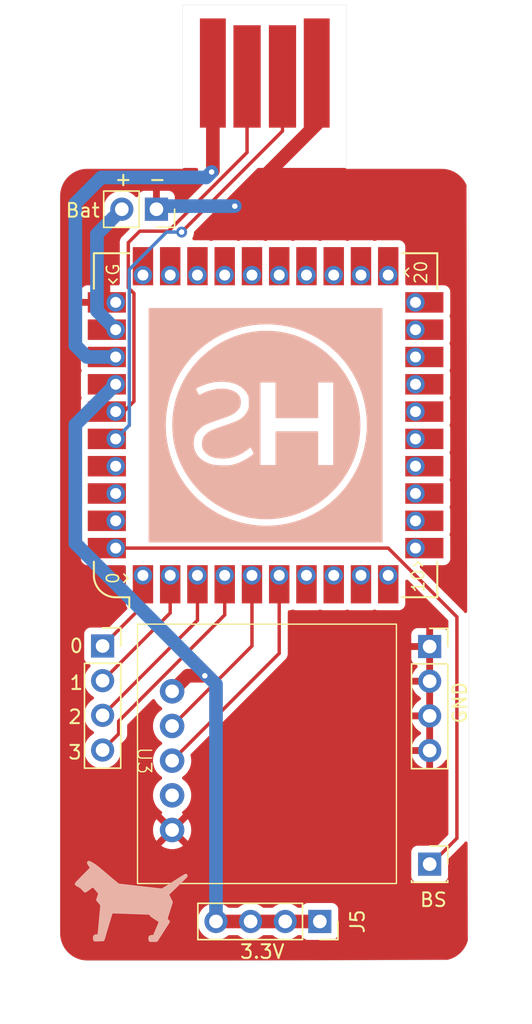
<source format=kicad_pcb>
(kicad_pcb (version 20221018) (generator pcbnew)
  (layers (0 "F.Cu" signal) (31 "B.Cu" signal) (34 "B.Paste" user) (35 "F.Paste" user) (36 "B.SilkS" user "B.Silkscreen") (37 "F.SilkS" user "F.Silkscreen") (38 "B.Mask" user) (39 "F.Mask" user) (44 "Edge.Cuts" user))
  (net 0 "")
  (net 1 "/VBAT")
  (net 2 "/GP0_tx")
  (net 3 "/GP2")
  (net 4 "/GP3")
  (net 5 "/GP1_rx")
  (net 7 "/SDA")
  (net 8 "/SCL")
  (net 32 "+5V")
  (net 33 "/3.3V")
  (net 34 "Net-(U1-USB_D-)")
  (net 35 "Net-(U1-USB_D+)")
  (net 39 "Net-(J3-Pin_1)")
  (net 40 "GND")
  (footprint "Connector_PinSocket_2.54mm:PinSocket_1x04_P2.54mm_Vertical" (layer "F.Cu") (at 111.24 104.2 -90)
    (fp_text reference "J5" (at 0 -2.77 90) (layer "F.SilkS"))
    (fp_text value "Conn_01x04_Socket")
    (fp_line (start -1.33 1.27) (end -1.33 8.95) (stroke (width 0.12)) (layer "F.SilkS"))
    (fp_line (start -1.33 1.27) (end 1.33 1.27) (stroke (width 0.12)) (layer "F.SilkS"))
    (fp_line (start -1.33 8.95) (end 1.33 8.95) (stroke (width 0.12)) (layer "F.SilkS"))
    (fp_line (start 0 -1.33) (end 1.33 -1.33) (stroke (width 0.12)) (layer "F.SilkS"))
    (fp_line (start 1.33 -1.33) (end 1.33 0) (stroke (width 0.12)) (layer "F.SilkS"))
    (fp_line (start 1.33 1.27) (end 1.33 8.95) (stroke (width 0.12)) (layer "F.SilkS"))
    (pad "1" thru_hole rect (at 0 0 270) (size 1.7 1.7) (drill 1) (layers "*.Cu" "*.Mask") (net 33 "/3.3V"))
    (pad "2" thru_hole oval (at 0 2.54 270) (size 1.7 1.7) (drill 1) (layers "*.Cu" "*.Mask") (net 33 "/3.3V"))
    (pad "3" thru_hole oval (at 0 5.08 270) (size 1.7 1.7) (drill 1) (layers "*.Cu" "*.Mask") (net 33 "/3.3V"))
    (pad "4" thru_hole oval (at 0 7.62 270) (size 1.7 1.7) (drill 1) (layers "*.Cu" "*.Mask") (net 33 "/3.3V"))
  )
  (footprint "Connector_PinSocket_2.54mm:PinSocket_1x02_P2.54mm_Vertical" (layer "F.Cu") (at 99.25 52.025 -90)
    (fp_text reference "J1" hide)
    (fp_text value "battery")
    (fp_line (start -1.33 1.27) (end -1.33 3.87) (stroke (width 0.12)) (layer "F.SilkS"))
    (fp_line (start -1.33 1.27) (end 1.33 1.27) (stroke (width 0.12)) (layer "F.SilkS"))
    (fp_line (start -1.33 3.87) (end 1.33 3.87) (stroke (width 0.12)) (layer "F.SilkS"))
    (fp_line (start 0 -1.33) (end 1.33 -1.33) (stroke (width 0.12)) (layer "F.SilkS"))
    (fp_line (start 1.33 -1.33) (end 1.33 0) (stroke (width 0.12)) (layer "F.SilkS"))
    (fp_line (start 1.33 1.27) (end 1.33 3.87) (stroke (width 0.12)) (layer "F.SilkS"))
    (pad "1" thru_hole rect (at 0 0 270) (size 1.7 1.7) (drill 1) (layers "*.Cu" "*.Mask") (net 40 "GND"))
    (pad "2" thru_hole oval (at 0 2.54 270) (size 1.7 1.7) (drill 1) (layers "*.Cu" "*.Mask") (net 1 "/VBAT"))
  )
  (footprint "RP2040_Stamp:RP2040_Stamp_THT" (layer "F.Cu") (at 107.26 67.85 90)
    (fp_text reference "U1" hide)
    (fp_text value "RP2040_Stamp")
    (fp_text user "0" (at -11.2 -11.2 90 unlocked) (layer "F.SilkS") (effects (font (size 0.9 0.9) (thickness 0.12))))
    (fp_text user "20" (at 11.2 11.4 90 unlocked) (layer "F.SilkS") (effects (font (size 0.9 0.9) (thickness 0.12))))
    (fp_text user "G" (at 11.4 -11.2 90 unlocked) (layer "F.SilkS") (effects (font (size 0.9 0.9) (thickness 0.12))))
    (fp_text user "10" (at -11.4 11.2 90 unlocked) (layer "F.SilkS") (effects (font (size 0.9 0.9) (thickness 0.12))))
    (fp_line (start -12.6 -10) (end -13.3 -10) (stroke (width 0.15)) (layer "F.SilkS"))
    (fp_line (start -12.6 -10) (end -12.6 -11.1) (stroke (width 0.15)) (layer "F.SilkS"))
    (fp_line (start -12.6 12.6) (end -12.6 10) (stroke (width 0.15)) (layer "F.SilkS"))
    (fp_line (start -11.5 -10.4) (end -11.2 -10.1) (stroke (width 0.12)) (layer "F.SilkS"))
    (fp_line (start -11.2 -10.1) (end -10.9 -10.4) (stroke (width 0.12)) (layer "F.SilkS"))
    (fp_line (start -11.1 -12.6) (end -10 -12.6) (stroke (width 0.15)) (layer "F.SilkS"))
    (fp_line (start -10.3 11.5) (end -10 11.2) (stroke (width 0.12)) (layer "F.SilkS"))
    (fp_line (start -10 11.2) (end -10.3 10.9) (stroke (width 0.12)) (layer "F.SilkS"))
    (fp_line (start -10 12.6) (end -12.6 12.6) (stroke (width 0.15)) (layer "F.SilkS"))
    (fp_line (start 10 -12.6) (end 12.6 -12.6) (stroke (width 0.15)) (layer "F.SilkS"))
    (fp_line (start 10.4 -11.2) (end 10.7 -10.9) (stroke (width 0.12)) (layer "F.SilkS"))
    (fp_line (start 10.7 -11.5) (end 10.4 -11.2) (stroke (width 0.12)) (layer "F.SilkS"))
    (fp_line (start 11.2 10.2) (end 10.9 10.5) (stroke (width 0.12)) (layer "F.SilkS"))
    (fp_line (start 11.5 10.5) (end 11.2 10.2) (stroke (width 0.12)) (layer "F.SilkS"))
    (fp_line (start 12.6 -12.6) (end 12.6 -10) (stroke (width 0.15)) (layer "F.SilkS"))
    (fp_line (start 12.6 10) (end 12.6 12.6) (stroke (width 0.15)) (layer "F.SilkS"))
    (fp_line (start 12.6 12.6) (end 10 12.6) (stroke (width 0.15)) (layer "F.SilkS"))
    (fp_arc (start -12.6 -11.1) (mid -12.129432 -12.129432) (end -11.1 -12.6) (stroke (width 0.15)) (layer "F.SilkS"))
    (pad "1" smd rect (at -11.65 -9 90) (size 2.8 1.5) (layers "F.Cu" "F.Paste" "F.Mask") (net 2 "/GP0_tx"))
    (pad "1" thru_hole circle (at -11 -9 90) (size 1.35 1.35) (drill 0.8) (layers "*.Cu" "*.Mask") (net 2 "/GP0_tx"))
    (pad "2" smd rect (at -11.65 -7 90) (size 2.8 1.5) (layers "F.Cu" "F.Paste" "F.Mask") (net 5 "/GP1_rx"))
    (pad "2" thru_hole oval (at -11 -7 90) (size 1.35 1.35) (drill 0.8) (layers "*.Cu" "*.Mask") (net 5 "/GP1_rx"))
    (pad "3" smd rect (at -11.65 -5 90) (size 2.8 1.5) (layers "F.Cu" "F.Paste" "F.Mask") (net 3 "/GP2"))
    (pad "3" thru_hole oval (at -11 -5 90) (size 1.35 1.35) (drill 0.8) (layers "*.Cu" "*.Mask") (net 3 "/GP2"))
    (pad "4" smd rect (at -11.65 -3 90) (size 2.8 1.5) (layers "F.Cu" "F.Paste" "F.Mask") (net 4 "/GP3"))
    (pad "4" thru_hole oval (at -11 -3 90) (size 1.35 1.35) (drill 0.8) (layers "*.Cu" "*.Mask") (net 4 "/GP3"))
    (pad "5" smd rect (at -11.65 -1 90) (size 2.8 1.5) (layers "F.Cu" "F.Paste" "F.Mask") (net 7 "/SDA"))
    (pad "5" thru_hole oval (at -11 -1 90) (size 1.35 1.35) (drill 0.8) (layers "*.Cu" "*.Mask") (net 7 "/SDA"))
    (pad "6" smd rect (at -11.65 1 90) (size 2.8 1.5) (layers "F.Cu" "F.Paste" "F.Mask") (net 8 "/SCL"))
    (pad "6" thru_hole oval (at -11 1 90) (size 1.35 1.35) (drill 0.8) (layers "*.Cu" "*.Mask") (net 8 "/SCL"))
    (pad "7" smd rect (at -11.65 3 90) (size 2.8 1.5) (layers "F.Cu" "F.Paste" "F.Mask"))
    (pad "7" thru_hole oval (at -11 3 90) (size 1.35 1.35) (drill 0.8) (layers "*.Cu" "*.Mask"))
    (pad "8" smd rect (at -11.65 5 90) (size 2.8 1.5) (layers "F.Cu" "F.Paste" "F.Mask"))
    (pad "8" thru_hole oval (at -11 5 90) (size 1.35 1.35) (drill 0.8) (layers "*.Cu" "*.Mask"))
    (pad "9" smd rect (at -11.65 7 90) (size 2.8 1.5) (layers "F.Cu" "F.Paste" "F.Mask"))
    (pad "9" thru_hole oval (at -11 7 90) (size 1.35 1.35) (drill 0.8) (layers "*.Cu" "*.Mask"))
    (pad "10" smd rect (at -11.65 9 90) (size 2.8 1.5) (layers "F.Cu" "F.Paste" "F.Mask"))
    (pad "10" thru_hole oval (at -11 9 90) (size 1.35 1.35) (drill 0.8) (layers "*.Cu" "*.Mask"))
    (pad "11" thru_hole oval (at -9 11 90) (size 1.35 1.35) (drill 0.8) (layers "*.Cu" "*.Mask"))
    (pad "11" smd rect (at -9 11.65) (size 2.8 1.5) (layers "F.Cu" "F.Paste" "F.Mask"))
    (pad "12" thru_hole oval (at -7 11 90) (size 1.35 1.35) (drill 0.8) (layers "*.Cu" "*.Mask"))
    (pad "12" smd rect (at -7 11.65) (size 2.8 1.5) (layers "F.Cu" "F.Paste" "F.Mask"))
    (pad "13" thru_hole oval (at -5 11 90) (size 1.35 1.35) (drill 0.8) (layers "*.Cu" "*.Mask"))
    (pad "13" smd rect (at -5 11.65) (size 2.8 1.5) (layers "F.Cu" "F.Paste" "F.Mask"))
    (pad "14" thru_hole oval (at -3 11 90) (size 1.35 1.35) (drill 0.8) (layers "*.Cu" "*.Mask"))
    (pad "14" smd rect (at -3 11.65) (size 2.8 1.5) (layers "F.Cu" "F.Paste" "F.Mask"))
    (pad "15" thru_hole oval (at -1 11 90) (size 1.35 1.35) (drill 0.8) (layers "*.Cu" "*.Mask"))
    (pad "15" smd rect (at -1 11.65) (size 2.8 1.5) (layers "F.Cu" "F.Paste" "F.Mask"))
    (pad "16" thru_hole oval (at 1 11 90) (size 1.35 1.35) (drill 0.8) (layers "*.Cu" "*.Mask"))
    (pad "16" smd rect (at 1 11.65) (size 2.8 1.5) (layers "F.Cu" "F.Paste" "F.Mask"))
    (pad "17" thru_hole oval (at 3 11 90) (size 1.35 1.35) (drill 0.8) (layers "*.Cu" "*.Mask"))
    (pad "17" smd rect (at 3 11.65) (size 2.8 1.5) (layers "F.Cu" "F.Paste" "F.Mask"))
    (pad "18" thru_hole oval (at 5 11 90) (size 1.35 1.35) (drill 0.8) (layers "*.Cu" "*.Mask"))
    (pad "18" smd rect (at 5 11.65) (size 2.8 1.5) (layers "F.Cu" "F.Paste" "F.Mask"))
    (pad "19" thru_hole oval (at 7 11 90) (size 1.35 1.35) (drill 0.8) (layers "*.Cu" "*.Mask"))
    (pad "19" smd rect (at 7 11.65) (size 2.8 1.5) (layers "F.Cu" "F.Paste" "F.Mask"))
    (pad "20" thru_hole oval (at 9 11 90) (size 1.35 1.35) (drill 0.8) (layers "*.Cu" "*.Mask"))
    (pad "20" smd rect (at 9 11.65) (size 2.8 1.5) (layers "F.Cu" "F.Paste" "F.Mask"))
    (pad "21" thru_hole oval (at 11 9 90) (size 1.35 1.35) (drill 0.8) (layers "*.Cu" "*.Mask"))
    (pad "21" smd rect (at 11.65 9 90) (size 2.8 1.5) (layers "F.Cu" "F.Paste" "F.Mask"))
    (pad "22" thru_hole oval (at 11 7 90) (size 1.35 1.35) (drill 0.8) (layers "*.Cu" "*.Mask"))
    (pad "22" smd rect (at 11.65 7 90) (size 2.8 1.5) (layers "F.Cu" "F.Paste" "F.Mask"))
    (pad "23" thru_hole oval (at 11 5 90) (size 1.35 1.35) (drill 0.8) (layers "*.Cu" "*.Mask"))
    (pad "23" smd rect (at 11.65 5 90) (size 2.8 1.5) (layers "F.Cu" "F.Paste" "F.Mask"))
    (pad "24" thru_hole oval (at 11 3 90) (size 1.35 1.35) (drill 0.8) (layers "*.Cu" "*.Mask"))
    (pad "24" smd rect (at 11.65 3 90) (size 2.8 1.5) (layers "F.Cu" "F.Paste" "F.Mask"))
    (pad "25" thru_hole oval (at 11 1 90) (size 1.35 1.35) (drill 0.8) (layers "*.Cu" "*.Mask"))
    (pad "25" smd rect (at 11.65 1 90) (size 2.8 1.5) (layers "F.Cu" "F.Paste" "F.Mask"))
    (pad "26" thru_hole oval (at 11 -1 90) (size 1.35 1.35) (drill 0.8) (layers "*.Cu" "*.Mask"))
    (pad "26" smd rect (at 11.65 -1 90) (size 2.8 1.5) (layers "F.Cu" "F.Paste" "F.Mask"))
    (pad "27" thru_hole oval (at 11 -3 90) (size 1.35 1.35) (drill 0.8) (layers "*.Cu" "*.Mask"))
    (pad "27" smd rect (at 11.65 -3 90) (size 2.8 1.5) (layers "F.Cu" "F.Paste" "F.Mask"))
    (pad "28" thru_hole oval (at 11 -5 90) (size 1.35 1.35) (drill 0.8) (layers "*.Cu" "*.Mask"))
    (pad "28" smd rect (at 11.65 -5 90) (size 2.8 1.5) (layers "F.Cu" "F.Paste" "F.Mask"))
    (pad "29" thru_hole oval (at 11 -7 90) (size 1.35 1.35) (drill 0.8) (layers "*.Cu" "*.Mask"))
    (pad "29" smd rect (at 11.65 -7 90) (size 2.8 1.5) (layers "F.Cu" "F.Paste" "F.Mask"))
    (pad "30" thru_hole oval (at 11 -9 90) (size 1.35 1.35) (drill 0.8) (layers "*.Cu" "*.Mask"))
    (pad "30" smd rect (at 11.65 -9 90) (size 2.8 1.5) (layers "F.Cu" "F.Paste" "F.Mask"))
    (pad "31" smd rect (at 9 -11.65) (size 2.8 1.5) (layers "F.Cu" "F.Paste" "F.Mask") (net 40 "GND"))
    (pad "31" thru_hole oval (at 9 -11 90) (size 1.35 1.35) (drill 0.8) (layers "*.Cu" "*.Mask") (net 40 "GND"))
    (pad "32" smd rect (at 7 -11.65) (size 2.8 1.5) (layers "F.Cu" "F.Paste" "F.Mask") (net 1 "/VBAT"))
    (pad "32" thru_hole oval (at 7 -11 90) (size 1.35 1.35) (drill 0.8) (layers "*.Cu" "*.Mask") (net 1 "/VBAT"))
    (pad "33" smd rect (at 5 -11.65) (size 2.8 1.5) (layers "F.Cu" "F.Paste" "F.Mask") (net 32 "+5V"))
    (pad "33" thru_hole oval (at 5 -11 90) (size 1.35 1.35) (drill 0.8) (layers "*.Cu" "*.Mask") (net 32 "+5V"))
    (pad "34" smd rect (at 3 -11.65) (size 2.8 1.5) (layers "F.Cu" "F.Paste" "F.Mask") (net 33 "/3.3V"))
    (pad "34" thru_hole oval (at 3 -11 90) (size 1.35 1.35) (drill 0.8) (layers "*.Cu" "*.Mask") (net 33 "/3.3V"))
    (pad "35" smd rect (at 1 -11.65) (size 2.8 1.5) (layers "F.Cu" "F.Paste" "F.Mask") (net 34 "Net-(U1-USB_D-)"))
    (pad "35" thru_hole oval (at 1 -11 90) (size 1.35 1.35) (drill 0.8) (layers "*.Cu" "*.Mask") (net 34 "Net-(U1-USB_D-)"))
    (pad "36" smd rect (at -1 -11.65) (size 2.8 1.5) (layers "F.Cu" "F.Paste" "F.Mask") (net 35 "Net-(U1-USB_D+)"))
    (pad "36" thru_hole oval (at -1 -11 90) (size 1.35 1.35) (drill 0.8) (layers "*.Cu" "*.Mask") (net 35 "Net-(U1-USB_D+)"))
    (pad "37" smd rect (at -3 -11.65) (size 2.8 1.5) (layers "F.Cu" "F.Paste" "F.Mask"))
    (pad "37" thru_hole oval (at -3 -11 90) (size 1.35 1.35) (drill 0.8) (layers "*.Cu" "*.Mask"))
    (pad "38" smd rect (at -5 -11.65) (size 2.8 1.5) (layers "F.Cu" "F.Paste" "F.Mask"))
    (pad "38" thru_hole oval (at -5 -11 90) (size 1.35 1.35) (drill 0.8) (layers "*.Cu" "*.Mask"))
    (pad "39" smd rect (at -7 -11.65) (size 2.8 1.5) (layers "F.Cu" "F.Paste" "F.Mask"))
    (pad "39" thru_hole oval (at -7 -11 90) (size 1.35 1.35) (drill 0.8) (layers "*.Cu" "*.Mask"))
    (pad "40" smd rect (at -9 -11.65) (size 2.8 1.5) (layers "F.Cu" "F.Paste" "F.Mask") (net 39 "Net-(J3-Pin_1)"))
    (pad "40" thru_hole oval (at -9 -11 90) (size 1.35 1.35) (drill 0.8) (layers "*.Cu" "*.Mask") (net 39 "Net-(J3-Pin_1)"))
  )
  (footprint "Connector_PinSocket_2.54mm:PinSocket_1x01_P2.54mm_Vertical" (layer "F.Cu") (at 119.3 100)
    (fp_text reference "J3" hide)
    (fp_text value "Conn_01x01_Socket")
    (fp_line (start -1.33 1.21) (end -1.33 1.33) (stroke (width 0.12)) (layer "F.SilkS"))
    (fp_line (start -1.33 1.33) (end 1.33 1.33) (stroke (width 0.12)) (layer "F.SilkS"))
    (fp_line (start 0 -1.33) (end 1.33 -1.33) (stroke (width 0.12)) (layer "F.SilkS"))
    (fp_line (start 1.33 -1.33) (end 1.33 0) (stroke (width 0.12)) (layer "F.SilkS"))
    (fp_line (start 1.33 1.21) (end 1.33 1.33) (stroke (width 0.12)) (layer "F.SilkS"))
    (pad "1" thru_hole rect (at 0 0) (size 1.7 1.7) (drill 1) (layers "*.Cu" "*.Mask") (net 39 "Net-(J3-Pin_1)"))
  )
  (footprint "cdog:Pim_BMP280_Module" (layer "F.Cu") (at 97.86 92.42 -90)
    (fp_text reference "U3" (at 0 -0.5 -90 unlocked) (layer "F.SilkS") (effects (font (thickness 0.1))))
    (fp_text value "~")
    (fp_rect (start 9 0) (end -10 -19) (stroke (width 0.1)) (fill none) (layer "F.SilkS"))
    (pad "1" thru_hole circle (at -5.08 -2.54 270) (size 1.8 1.8) (drill 1) (layers "*.Cu" "*.Mask") (net 33 "/3.3V"))
    (pad "2" thru_hole circle (at -2.54 -2.54 270) (size 1.8 1.8) (drill 1) (layers "*.Cu" "*.Mask") (net 7 "/SDA"))
    (pad "3" thru_hole circle (at 0 -2.54 270) (size 1.8 1.8) (drill 1) (layers "*.Cu" "*.Mask") (net 8 "/SCL"))
    (pad "4" thru_hole circle (at 2.54 -2.54 270) (size 1.8 1.8) (drill 1) (layers "*.Cu" "*.Mask"))
    (pad "5" thru_hole circle (at 5.08 -2.54 270) (size 1.8 1.8) (drill 1) (layers "*.Cu" "*.Mask") (net 40 "GND"))
  )
  (footprint "Connector_PinSocket_2.54mm:PinSocket_1x04_P2.54mm_Vertical" (layer "F.Cu") (at 119.3 84.06)
    (fp_text reference "J4" hide)
    (fp_text value "Conn_01x04_Socket")
    (fp_line (start -1.33 1.27) (end -1.33 8.95) (stroke (width 0.12)) (layer "F.SilkS"))
    (fp_line (start -1.33 1.27) (end 1.33 1.27) (stroke (width 0.12)) (layer "F.SilkS"))
    (fp_line (start -1.33 8.95) (end 1.33 8.95) (stroke (width 0.12)) (layer "F.SilkS"))
    (fp_line (start 0 -1.33) (end 1.33 -1.33) (stroke (width 0.12)) (layer "F.SilkS"))
    (fp_line (start 1.33 -1.33) (end 1.33 0) (stroke (width 0.12)) (layer "F.SilkS"))
    (fp_line (start 1.33 1.27) (end 1.33 8.95) (stroke (width 0.12)) (layer "F.SilkS"))
    (pad "1" thru_hole rect (at 0 0) (size 1.7 1.7) (drill 1) (layers "*.Cu" "*.Mask") (net 40 "GND"))
    (pad "2" thru_hole oval (at 0 2.54) (size 1.7 1.7) (drill 1) (layers "*.Cu" "*.Mask") (net 40 "GND"))
    (pad "3" thru_hole oval (at 0 5.08) (size 1.7 1.7) (drill 1) (layers "*.Cu" "*.Mask") (net 40 "GND"))
    (pad "4" thru_hole oval (at 0 7.62) (size 1.7 1.7) (drill 1) (layers "*.Cu" "*.Mask") (net 40 "GND"))
  )
  (footprint "cdog:CD_usb_edge" (layer "F.Cu") (at 107.09 36.95 180)
    (fp_text reference "U2" hide)
    (fp_text value "USB_Edge_Connector")
    (pad "1" connect rect (at 3.7 -5.1 180) (size 1.9 8) (layers "F.Cu" "F.Mask") (net 32 "+5V"))
    (pad "2" connect rect (at 1.19 -5.35 180) (size 2 7.5) (layers "F.Cu" "F.Mask") (net 34 "Net-(U1-USB_D-)"))
    (pad "3" connect rect (at -1.41 -5.35 180) (size 2 7.5) (layers "F.Cu" "F.Mask") (net 35 "Net-(U1-USB_D+)"))
    (pad "4" connect rect (at -3.92 -5.1 180) (size 1.9 8) (layers "F.Cu" "F.Mask") (net 40 "GND"))
  )
  (footprint "Connector_PinSocket_2.54mm:PinSocket_1x04_P2.54mm_Vertical" (layer "F.Cu") (at 95.3 84.02)
    (fp_text reference "J2" hide)
    (fp_text value "Conn_01x04_Socket")
    (fp_line (start -1.33 1.27) (end -1.33 8.95) (stroke (width 0.12)) (layer "F.SilkS"))
    (fp_line (start -1.33 1.27) (end 1.33 1.27) (stroke (width 0.12)) (layer "F.SilkS"))
    (fp_line (start -1.33 8.95) (end 1.33 8.95) (stroke (width 0.12)) (layer "F.SilkS"))
    (fp_line (start 0 -1.33) (end 1.33 -1.33) (stroke (width 0.12)) (layer "F.SilkS"))
    (fp_line (start 1.33 -1.33) (end 1.33 0) (stroke (width 0.12)) (layer "F.SilkS"))
    (fp_line (start 1.33 1.27) (end 1.33 8.95) (stroke (width 0.12)) (layer "F.SilkS"))
    (pad "1" thru_hole rect (at 0 0) (size 1.7 1.7) (drill 1) (layers "*.Cu" "*.Mask") (net 2 "/GP0_tx"))
    (pad "2" thru_hole oval (at 0 2.54) (size 1.7 1.7) (drill 1) (layers "*.Cu" "*.Mask") (net 5 "/GP1_rx"))
    (pad "3" thru_hole oval (at 0 5.08) (size 1.7 1.7) (drill 1) (layers "*.Cu" "*.Mask") (net 3 "/GP2"))
    (pad "4" thru_hole oval (at 0 7.62) (size 1.7 1.7) (drill 1) (layers "*.Cu" "*.Mask") (net 4 "/GP3"))
  )
  (gr_poly (pts (xy 94.3 99.9) (xy 94.305858 99.90158) (xy 94.324452 99.909066) (xy 94.351284 99.921829) (xy 94.385231 99.939276) (xy 94.425172 99.960815) (xy 94.469986 99.985856) (xy 94.518552 100.013808) (xy 94.569748 100.044078) (xy 94.647096 100.092408) (xy 94.729063 100.148183) (xy 94.820893 100.215572) (xy 94.927827 100.298743) (xy 95.05511 100.401864) (xy 95.207984 100.529103) (xy 95.611477 100.87261) (xy 95.770854 101.008749) (xy 95.921292 101.136023) (xy 96.059372 101.251654) (xy 96.181678 101.352866) (xy 96.284791 101.436882) (xy 96.365296 101.500923) (xy 96.419773 101.542214) (xy 96.436185 101.55346) (xy 96.444807 101.557977) (xy 98.069266 101.747296) (xy 99.660444 101.924045) (xy 99.669574 101.921111) (xy 99.686946 101.912767) (xy 99.744611 101.880957) (xy 99.938961 101.76461) (xy 100.214554 101.59275) (xy 100.542449 101.383122) (xy 100.86839 101.173884) (xy 101.138668 101.003284) (xy 101.244141 100.938109) (xy 101.325149 100.889358) (xy 101.378175 100.859285) (xy 101.393095 100.851957) (xy 101.397465 100.850343) (xy 101.399701 100.850144) (xy 101.398374 100.854281) (xy 101.39001 100.865115) (xy 101.353553 100.905491) (xy 101.211375 101.051366) (xy 100.995235 101.265594) (xy 100.727199 101.525998) (xy 100.457432 101.787195) (xy 100.236588 102.003612) (xy 100.151635 102.087976) (xy 100.087461 102.152681) (xy 100.046915 102.194907) (xy 100.036393 102.206708) (xy 100.032847 102.211831) (xy 100.035802 102.220827) (xy 100.044069 102.240163) (xy 100.074241 102.305035) (xy 100.118766 102.396799) (xy 100.173043 102.505809) (xy 100.312726 102.783226) (xy 100.113378 103.414893) (xy 99.91403 104.046491) (xy 100.003809 104.13056) (xy 100.093581 104.214577) (xy 99.663734 104.885897) (xy 99.66388 104.886896) (xy 99.234033 105.558207) (xy 99.020606 105.558285) (xy 98.807179 105.558345) (xy 98.797409 105.457636) (xy 98.795594 105.4375) (xy 98.794456 105.419755) (xy 98.794258 105.404223) (xy 98.795263 105.390726) (xy 98.796299 105.384686) (xy 98.797734 105.379087) (xy 98.799602 105.373909) (xy 98.801934 105.369128) (xy 98.804764 105.364723) (xy 98.808125 105.360671) (xy 98.812049 105.35695) (xy 98.81657 105.353539) (xy 98.82172 105.350413) (xy 98.827532 105.347552) (xy 98.834039 105.344934) (xy 98.841274 105.342535) (xy 98.858059 105.338309) (xy 98.87815 105.334696) (xy 98.901809 105.331518) (xy 98.9293 105.328598) (xy 98.996826 105.322821) (xy 99.10562 105.314424) (xy 99.347373 104.752658) (xy 99.440539 104.53399) (xy 99.515475 104.353774) (xy 99.54371 104.283846) (xy 99.564511 104.230444) (xy 99.576918 104.195872) (xy 99.579675 104.186367) (xy 99.579973 104.182434) (xy 99.54928 104.161763) (xy 99.472478 104.111649) (xy 99.226886 103.953189) (xy 99.118513 103.883308) (xy 99.074041 103.854256) (xy 99.035465 103.828641) (xy 99.002349 103.806095) (xy 98.987703 103.795858) (xy 98.974258 103.786251) (xy 98.961961 103.777228) (xy 98.950756 103.768742) (xy 98.94059 103.760748) (xy 98.931407 103.7532) (xy 98.923154 103.746052) (xy 98.915776 103.739258) (xy 98.909219 103.732773) (xy 98.903427 103.72655) (xy 98.898347 103.720543) (xy 98.893925 103.714707) (xy 98.890105 103.708996) (xy 98.886833 103.703363) (xy 98.884055 103.697763) (xy 98.881717 103.69215) (xy 98.879763 103.686478) (xy 98.87814 103.680701) (xy 98.876793 103.674774) (xy 98.875668 103.668649) (xy 98.873863 103.655627) (xy 98.870613 103.630633) (xy 98.868805 103.620449) (xy 98.866646 103.611646) (xy 98.865381 103.607726) (xy 98.863962 103.604105) (xy 98.86237 103.60077) (xy 98.860582 103.597706) (xy 98.858577 103.594896) (xy 98.856333 103.592327) (xy 98.853828 103.589983) (xy 98.851041 103.587849) (xy 98.84795 103.585911) (xy 98.844535 103.584153) (xy 98.840772 103.58256) (xy 98.836642 103.581117) (xy 98.827189 103.578621) (xy 98.816004 103.576545) (xy 98.802914 103.57477) (xy 98.787747 103.573175) (xy 98.75049 103.570043) (xy 98.222307 103.546767) (xy 97.27091 103.512722) (xy 96.3558 103.483516) (xy 95.936478 103.47476) (xy 95.925445 103.497206) (xy 95.903321 103.558138) (xy 95.831125 103.778684) (xy 95.73053 104.102851) (xy 95.612178 104.497092) (xy 95.312344 105.510673) (xy 95.028404 105.51908) (xy 94.744476 105.527486) (xy 94.734654 105.435183) (xy 94.732611 105.412075) (xy 94.731671 105.391328) (xy 94.731976 105.372812) (xy 94.73264 105.364351) (xy 94.733669 105.356399) (xy 94.73508 105.34894) (xy 94.736892 105.341958) (xy 94.739121 105.335437) (xy 94.741786 105.329361) (xy 94.744905 105.323713) (xy 94.748495 105.318477) (xy 94.752574 105.313637) (xy 94.757159 105.309177) (xy 94.76227 105.305081) (xy 94.767923 105.301333) (xy 94.774136 105.297916) (xy 94.780927 105.294814) (xy 94.788313 105.292011) (xy 94.796314 105.289491) (xy 94.804945 105.287237) (xy 94.814226 105.285235) (xy 94.834805 105.281915) (xy 94.858194 105.279404) (xy 94.884534 105.277571) (xy 94.913969 105.276287) (xy 95.052864 105.270679) (xy 95.062859 105.200718) (xy 95.099198 104.834192) (xy 95.172557 104.05109) (xy 95.27229 102.971311) (xy 95.120555 102.792967) (xy 94.968845 102.6147) (xy 95.048768 102.372906) (xy 95.12871 102.131121) (xy 94.882822 101.839037) (xy 94.832967 101.780312) (xy 94.785563 101.725381) (xy 94.741715 101.675402) (xy 94.702526 101.631534) (xy 94.6691 101.594935) (xy 94.642541 101.566766) (xy 94.632182 101.556204) (xy 94.623954 101.548183) (xy 94.617995 101.54285) (xy 94.614442 101.540347) (xy 94.610702 101.540722) (xy 94.604227 101.543145) (xy 94.583695 101.553736) (xy 94.55408 101.571315) (xy 94.51662 101.59508) (xy 94.472552 101.624227) (xy 94.42311 101.657953) (xy 94.369532 101.695453) (xy 94.313054 101.735925) (xy 94.203833 101.814496) (xy 94.155376 101.848886) (xy 94.112613 101.878898) (xy 94.076739 101.903696) (xy 94.048947 101.922444) (xy 94.030433 101.934306) (xy 94.025027 101.937393) (xy 94.022389 101.938445) (xy 94.020536 101.937745) (xy 94.01745 101.935603) (xy 94.007862 101.927287) (xy 93.994192 101.914087) (xy 93.977005 101.896589) (xy 93.956866 101.875383) (xy 93.934341 101.851057) (xy 93.909996 101.824199) (xy 93.884397 101.795396) (xy 93.86666 101.775554) (xy 93.849331 101.75683) (xy 93.832286 101.739129) (xy 93.815399 101.722352) (xy 93.798547 101.706402) (xy 93.781604 101.691182) (xy 93.764446 101.676595) (xy 93.746948 101.662543) (xy 93.728986 101.648928) (xy 93.710435 101.635654) (xy 93.69117 101.622624) (xy 93.671067 101.609739) (xy 93.65 101.596903) (xy 93.627846 101.584017) (xy 93.60448 101.570986) (xy 93.579777 101.55771) (xy 93.543889 101.538474) (xy 93.51031 101.519916) (xy 93.479804 101.50248) (xy 93.453132 101.486611) (xy 93.441474 101.479403) (xy 93.43106 101.472754) (xy 93.421986 101.466719) (xy 93.414348 101.461354) (xy 93.408242 101.456713) (xy 93.403762 101.452854) (xy 93.402162 101.451235) (xy 93.401004 101.449831) (xy 93.400301 101.448651) (xy 93.400064 101.4477) (xy 93.411414 101.43281) (xy 93.444466 101.396223) (xy 93.56635 101.267658) (xy 93.747076 101.081406) (xy 93.968001 100.85687) (xy 94.537281 100.28172) (xy 94.406742 100.094548) (xy 94.393558 100.075458) (xy 94.380954 100.056857) (xy 94.368986 100.038837) (xy 94.35771 100.021491) (xy 94.347181 100.004914) (xy 94.337455 99.989199) (xy 94.328588 99.974438) (xy 94.320636 99.960726) (xy 94.313653 99.948155) (xy 94.307697 99.936818) (xy 94.302822 99.926811) (xy 94.299085 99.918224) (xy 94.29654 99.911153) (xy 94.295733 99.908214) (xy 94.295245 99.905689) (xy 94.295082 99.90359) (xy 94.295253 99.901927) (xy 94.295764 99.900714) (xy 94.296622 99.899961)) (stroke (width 0.282021)) (fill solid) (layer "B.SilkS"))
  (gr_poly (pts (xy 107.639998 60.984554) (xy 107.966495 61.00822) (xy 108.291825 61.047663) (xy 108.615403 61.102883) (xy 108.936645 61.17388) (xy 109.254967 61.260654) (xy 109.569786 61.363205) (xy 109.880517 61.481534) (xy 110.186576 61.615639) (xy 110.48738 61.765522) (xy 110.782345 61.931182) (xy 111.070886 62.112619) (xy 111.35242 62.309833) (xy 111.626363 62.522825) (xy 111.892131 62.751593) (xy 112.149139 62.996138) (xy 112.393685 63.253147) (xy 112.622453 63.518914) (xy 112.835444 63.792857) (xy 113.032658 64.074391) (xy 113.214095 64.362932) (xy 113.379755 64.657897) (xy 113.529638 64.958701) (xy 113.663743 65.26476) (xy 113.782072 65.575492) (xy 113.884623 65.89031) (xy 113.971397 66.208633) (xy 114.042395 66.529875) (xy 114.097615 66.853452) (xy 114.137057 67.178782) (xy 114.160723 67.50528) (xy 114.168612 67.832361) (xy 114.160723 68.159443) (xy 114.137057 68.48594) (xy 114.097615 68.81127) (xy 114.042395 69.134848) (xy 113.971397 69.45609) (xy 113.884623 69.774412) (xy 113.782072 70.089231) (xy 113.663743 70.399962) (xy 113.529638 70.706022) (xy 113.379755 71.006826) (xy 113.214095 71.30179) (xy 113.032658 71.590332) (xy 112.835444 71.871866) (xy 112.622453 72.145809) (xy 112.393685 72.411576) (xy 112.149139 72.668584) (xy 111.932528 72.876364) (xy 111.708938 73.073544) (xy 111.478613 73.260009) (xy 111.2418 73.43564) (xy 110.998743 73.600323) (xy 110.749688 73.753938) (xy 110.494879 73.89637) (xy 110.234563 74.027501) (xy 109.968985 74.147214) (xy 109.69839 74.255392) (xy 109.423023 74.351919) (xy 109.143129 74.436677) (xy 108.858954 74.509549) (xy 108.570743 74.570419) (xy 108.278741 74.619169) (xy 107.983194 74.655682) (xy 107.604375 74.683465) (xy 107.226367 74.689609) (xy 106.849985 74.674409) (xy 106.476047 74.638159) (xy 106.105369 74.581155) (xy 105.738769 74.50369) (xy 105.377062 74.40606) (xy 105.021066 74.28856) (xy 104.671597 74.151483) (xy 104.329473 73.995126) (xy 103.995509 73.819782) (xy 103.670524 73.625747) (xy 103.355332 73.413315) (xy 103.050752 73.18278) (xy 102.757601 72.934439) (xy 102.476693 72.668584) (xy 102.232148 72.411576) (xy 102.00338 72.145809) (xy 101.790388 71.871866) (xy 101.593174 71.590332) (xy 101.411737 71.301791) (xy 101.246077 71.006826) (xy 101.096195 70.706022) (xy 100.962089 70.399963) (xy 100.843761 70.089232) (xy 100.741209 69.774413) (xy 100.654435 69.456091) (xy 100.59866 69.203726) (xy 101.938459 69.203726) (xy 101.941257 69.278411) (xy 101.947315 69.351856) (xy 101.956607 69.424028) (xy 101.969103 69.494892) (xy 101.984776 69.564412) (xy 102.003596 69.632554) (xy 102.025537 69.699283) (xy 102.05057 69.764563) (xy 102.078666 69.828361) (xy 102.109798 69.890642) (xy 102.143937 69.951369) (xy 102.181056 70.010509) (xy 102.221125 70.068027) (xy 102.264118 70.123888) (xy 102.310005 70.178057) (xy 102.358759 70.230499) (xy 102.410351 70.281179) (xy 102.464753 70.330062) (xy 102.521938 70.377114) (xy 102.581876 70.4223) (xy 102.64454 70.465584) (xy 102.709902 70.506932) (xy 102.777933 70.546309) (xy 102.848605 70.583681) (xy 102.92189 70.619012) (xy 102.997761 70.652267) (xy 103.076188 70.683411) (xy 103.157143 70.712411) (xy 103.326528 70.763834) (xy 103.326528 70.763836) (xy 103.380482 70.776079) (xy 103.44689 70.787359) (xy 103.610144 70.806792) (xy 103.802437 70.821664) (xy 104.009919 70.831504) (xy 104.218738 70.835839) (xy 104.415042 70.834198) (xy 104.58498 70.826109) (xy 104.655734 70.8195) (xy 104.714702 70.811102) (xy 104.799612 70.794207) (xy 104.887633 70.773187) (xy 104.978232 70.748278) (xy 105.070879 70.719715) (xy 105.165041 70.687733) (xy 105.260187 70.652566) (xy 105.355785 70.614449) (xy 105.451303 70.573618) (xy 105.546208 70.530308) (xy 105.639971 70.484753) (xy 105.732057 70.437189) (xy 105.821937 70.387849) (xy 105.909078 70.336971) (xy 105.992948 70.284787) (xy 106.073016 70.231534) (xy 106.148749 70.177447) (xy 106.254182 70.098793) (xy 106.296115 70.066169) (xy 106.331179 70.036934) (xy 106.34621 70.023334) (xy 106.359615 70.010277) (xy 106.371422 69.997662) (xy 106.381664 69.985387) (xy 106.390368 69.973352) (xy 106.397566 69.961455) (xy 106.403288 69.949594) (xy 106.407563 69.937669) (xy 106.410422 69.925579) (xy 106.411895 69.913221) (xy 106.412012 69.900494) (xy 106.410803 69.887298) (xy 106.408298 69.873531) (xy 106.404527 69.859092) (xy 106.39952 69.843879) (xy 106.393308 69.827791) (xy 106.385921 69.810728) (xy 106.377388 69.792586) (xy 106.357006 69.752666) (xy 106.30382 69.655439) (xy 106.162271 69.399101) (xy 105.996761 69.537069) (xy 105.891284 69.621551) (xy 105.783727 69.700913) (xy 105.674213 69.775111) (xy 105.562859 69.844099) (xy 105.449787 69.90783) (xy 105.335117 69.96626) (xy 105.218969 70.019342) (xy 105.101463 70.06703) (xy 104.982719 70.10928) (xy 104.862858 70.146044) (xy 104.741999 70.177278) (xy 104.620263 70.202936) (xy 104.497769 70.222972) (xy 104.374639 70.237339) (xy 104.250992 70.245994) (xy 104.126948 70.248888) (xy 104.020923 70.247293) (xy 103.918698 70.242508) (xy 103.820273 70.234534) (xy 103.725649 70.22337) (xy 103.634828 70.209018) (xy 103.547811 70.191477) (xy 103.464599 70.170749) (xy 103.385194 70.146832) (xy 103.309595 70.119729) (xy 103.237806 70.089439) (xy 103.169826 70.055962) (xy 103.105656 70.0193) (xy 103.0453 69.979451) (xy 102.988756 69.936418) (xy 102.936027 69.890199) (xy 102.887113 69.840797) (xy 102.850257 69.79971) (xy 102.816905 69.760071) (xy 102.78693 69.721517) (xy 102.760207 69.68369) (xy 102.736609 69.646228) (xy 102.71601 69.608773) (xy 102.698284 69.570962) (xy 102.683306 69.532437) (xy 102.670949 69.492837) (xy 102.661087 69.451802) (xy 102.653594 69.408971) (xy 102.648345 69.363985) (xy 102.645212 69.316482) (xy 102.64407 69.266104) (xy 102.644794 69.212489) (xy 102.647256 69.155277) (xy 102.650965 69.099755) (xy 102.6558 69.047973) (xy 102.661919 68.999574) (xy 102.669481 68.954198) (xy 102.678643 68.911487) (xy 102.689566 68.871082) (xy 102.702407 68.832626) (xy 102.717325 68.795758) (xy 102.734478 68.760122) (xy 102.754025 68.725358) (xy 102.776125 68.691108) (xy 102.800937 68.657013) (xy 102.828618 68.622715) (xy 102.859328 68.587856) (xy 102.893225 68.552076) (xy 102.930468 68.515017) (xy 102.969671 68.478392) (xy 103.010178 68.443656) (xy 103.052895 68.410392) (xy 103.09873 68.378185) (xy 103.14859 68.346616) (xy 103.203383 68.315272) (xy 103.264017 68.283735) (xy 103.331398 68.251589) (xy 103.490034 68.183806) (xy 103.686551 68.108593) (xy 103.928209 68.022621) (xy 104.222267 67.922561) (xy 104.378907 67.86918) (xy 104.534803 67.814463) (xy 104.685845 67.759958) (xy 104.827923 67.707216) (xy 104.956926 67.657785) (xy 105.068744 67.613215) (xy 105.159267 67.575054) (xy 105.224384 67.544853) (xy 105.285525 67.512627) (xy 105.345089 67.478353) (xy 105.402988 67.442113) (xy 105.459135 67.403994) (xy 105.51344 67.36408) (xy 105.565817 67.322457) (xy 105.616177 67.279209) (xy 105.664432 67.234421) (xy 105.710493 67.188179) (xy 105.754274 67.140567) (xy 105.795685 67.091671) (xy 105.834639 67.041575) (xy 105.871047 66.990364) (xy 105.904822 66.938123) (xy 105.935876 66.884938) (xy 105.96412 66.830894) (xy 106.000195 66.756033) (xy 106.014965 66.723275) (xy 106.027749 66.692565) (xy 106.038689 66.663103) (xy 106.047928 66.634091) (xy 106.055608 66.604728) (xy 106.061873 66.574214) (xy 106.066866 66.541751) (xy 106.070729 66.506538) (xy 106.073606 66.467775) (xy 106.075639 66.424664) (xy 106.077746 66.322197) (xy 106.078195 66.192738) (xy 106.077697 66.065662) (xy 106.076894 66.012119) (xy 106.075561 65.964283) (xy 106.073579 65.921438) (xy 106.070828 65.882867) (xy 106.067186 65.847854) (xy 106.062534 65.815682) (xy 106.056751 65.785634) (xy 106.049718 65.756993) (xy 106.041314 65.729044) (xy 106.03142 65.701069) (xy 106.019914 65.672353) (xy 106.006677 65.642177) (xy 105.991589 65.609826) (xy 105.974529 65.574582) (xy 105.934357 65.498996) (xy 105.889071 65.425683) (xy 105.838851 65.354778) (xy 105.783877 65.286417) (xy 105.724332 65.220733) (xy 105.660395 65.157862) (xy 105.592248 65.097939) (xy 105.520071 65.041097) (xy 105.444044 64.987473) (xy 105.36435 64.9372) (xy 105.281168 64.890413) (xy 105.194678 64.847248) (xy 105.105063 64.807838) (xy 105.012503 64.772319) (xy 104.917178 64.740826) (xy 104.81927 64.713492) (xy 104.712102 64.688328) (xy 104.644374 64.675) (xy 106.836667 64.675) (xy 106.836667 70.813332) (xy 108.036112 70.813332) (xy 108.036112 68.343888) (xy 111.070001 68.343888) (xy 111.070001 70.813334) (xy 112.269445 70.813334) (xy 112.269445 64.675) (xy 111.070001 64.675) (xy 111.070001 67.285555) (xy 108.036112 67.285555) (xy 108.036112 64.675) (xy 106.836667 64.675) (xy 104.644374 64.675) (xy 104.603575 64.666971) (xy 104.493796 64.649417) (xy 104.382871 64.635663) (xy 104.270907 64.625707) (xy 104.158009 64.619545) (xy 104.044285 64.617174) (xy 103.92984 64.618592) (xy 103.814782 64.623794) (xy 103.699216 64.632778) (xy 103.583249 64.645541) (xy 103.466988 64.662081) (xy 103.350538 64.682392) (xy 103.234007 64.706474) (xy 103.1175 64.734322) (xy 103.001124 64.765934) (xy 102.935399 64.785911) (xy 102.865749 64.808986) (xy 102.7933 64.834646) (xy 102.719179 64.862381) (xy 102.644513 64.891678) (xy 102.570428 64.922027) (xy 102.498052 64.952914) (xy 102.428511 64.98383) (xy 102.362931 65.014262) (xy 102.30244 65.043699) (xy 102.248164 65.07163) (xy 102.20123 65.097542) (xy 102.162764 65.120924) (xy 102.133893 65.141265) (xy 102.123408 65.150135) (xy 102.115745 65.158053) (xy 102.111043 65.164955) (xy 102.109445 65.170777) (xy 102.112167 65.183911) (xy 102.119882 65.205999) (xy 102.147586 65.271628) (xy 102.187143 65.356844) (xy 102.233139 65.450828) (xy 102.280162 65.54276) (xy 102.322798 65.621822) (xy 102.34078 65.653145) (xy 102.355634 65.677193) (xy 102.366685 65.692613) (xy 102.370573 65.696666) (xy 102.373257 65.698054) (xy 102.376035 65.69743) (xy 102.380992 65.695597) (xy 102.396956 65.688555) (xy 102.420172 65.677421) (xy 102.449668 65.662689) (xy 102.523595 65.624409) (xy 102.610939 65.577662) (xy 102.706934 65.528526) (xy 102.808218 65.482325) (xy 102.914005 65.439216) (xy 103.023511 65.399356) (xy 103.135953 65.362902) (xy 103.250546 65.33001) (xy 103.366506 65.300838) (xy 103.483049 65.275541) (xy 103.599391 65.254277) (xy 103.714748 65.237203) (xy 103.828336 65.224475) (xy 103.93937 65.21625) (xy 104.047067 65.212685) (xy 104.150642 65.213936) (xy 104.249311 65.220161) (xy 104.342291 65.231516) (xy 104.47098 65.254396) (xy 104.591228 65.28172) (xy 104.648192 65.297053) (xy 104.703054 65.313504) (xy 104.755815 65.331073) (xy 104.806477 65.349764) (xy 104.855044 65.369578) (xy 104.901517 65.390517) (xy 104.945899 65.412584) (xy 104.988192 65.43578) (xy 105.028399 65.460107) (xy 105.066522 65.485568) (xy 105.102564 65.512164) (xy 105.136526 65.539898) (xy 105.168411 65.568772) (xy 105.198222 65.598787) (xy 105.225961 65.629946) (xy 105.25163 65.662251) (xy 105.275232 65.695704) (xy 105.296769 65.730306) (xy 105.316244 65.766061) (xy 105.333659 65.802969) (xy 105.349015 65.841034) (xy 105.362317 65.880257) (xy 105.373565 65.920639) (xy 105.382764 65.962184) (xy 105.389913 66.004894) (xy 105.395017 66.048769) (xy 105.398078 66.093813) (xy 105.399098 66.140028) (xy 105.398018 66.19138) (xy 105.394754 66.241129) (xy 105.389268 66.289361) (xy 105.381525 66.336156) (xy 105.371487 66.381598) (xy 105.359116 66.42577) (xy 105.344378 66.468756) (xy 105.327234 66.510638) (xy 105.307647 66.551499) (xy 105.285582 66.591422) (xy 105.261 66.630491) (xy 105.233866 66.668787) (xy 105.204141 66.706395) (xy 105.171791 66.743398) (xy 105.136776 66.779877) (xy 105.099062 66.815917) (xy 105.013245 66.889593) (xy 104.968613 66.923535) (xy 104.9215 66.956156) (xy 104.870906 66.987914) (xy 104.81583 67.019268) (xy 104.755274 67.050673) (xy 104.688239 67.082588) (xy 104.530728 67.149779) (xy 104.335301 67.224502) (xy 104.09396 67.310416) (xy 103.798709 67.411182) (xy 103.476725 67.521371) (xy 103.338964 67.570249) (xy 103.215031 67.615807) (xy 103.103682 67.658661) (xy 103.003674 67.699429) (xy 102.913761 67.738728) (xy 102.8327 67.777174) (xy 102.759246 67.815387) (xy 102.692157 67.853981) (xy 102.630187 67.893576) (xy 102.572092 67.934787) (xy 102.516629 67.978233) (xy 102.462553 68.02453) (xy 102.40862 68.074296) (xy 102.353587 68.128147) (xy 102.303816 68.179584) (xy 102.257889 68.230431) (xy 102.215672 68.280993) (xy 102.177029 68.331575) (xy 102.141824 68.382479) (xy 102.109922 68.434011) (xy 102.081187 68.486475) (xy 102.055485 68.540175) (xy 102.032679 68.595416) (xy 102.012634 68.6525) (xy 101.995214 68.711734) (xy 101.980284 68.77342) (xy 101.96771 68.837864) (xy 101.957354 68.905369) (xy 101.949082 68.97624) (xy 101.942758 69.050781) (xy 101.93895 69.127838) (xy 101.938459 69.203726) (xy 100.59866 69.203726) (xy 100.583438 69.134848) (xy 100.528218 68.811271) (xy 100.488775 68.485941) (xy 100.465109 68.159443) (xy 100.457221 67.832362) (xy 100.465109 67.50528) (xy 100.488775 67.178783) (xy 100.528218 66.853453) (xy 100.583438 66.529875) (xy 100.654435 66.208633) (xy 100.741209 65.890311) (xy 100.843761 65.575492) (xy 100.962089 65.264761) (xy 101.096195 64.958701) (xy 101.246077 64.657897) (xy 101.411737 64.362932) (xy 101.593174 64.074391) (xy 101.790388 63.792857) (xy 102.00338 63.518914) (xy 102.232148 63.253147) (xy 102.476693 62.996138) (xy 102.733702 62.751593) (xy 102.999469 62.522825) (xy 103.273412 62.309833) (xy 103.554946 62.112619) (xy 103.843487 61.931182) (xy 104.138452 61.765522) (xy 104.439256 61.615639) (xy 104.745316 61.481534) (xy 105.056047 61.363205) (xy 105.370865 61.260654) (xy 105.689188 61.17388) (xy 106.01043 61.102883) (xy 106.334008 61.047663) (xy 106.659337 61.00822) (xy 106.985835 60.984554) (xy 107.312916 60.976666)) (stroke (width 0.1)) (fill solid) (layer "B.SilkS"))
  (gr_poly (pts (xy 115.797223 76.387223) (xy 98.722778 76.387223) (xy 98.722778 67.83236) (xy 99.887131 67.83236) (xy 99.90898 68.403242) (xy 99.974528 68.971475) (xy 100.083775 69.534407) (xy 100.23672 70.08939) (xy 100.433364 70.633773) (xy 100.673706 71.164907) (xy 100.957747 71.680142) (xy 101.285487 72.176827) (xy 101.520823 72.487002) (xy 101.770389 72.782588) (xy 102.033631 73.063261) (xy 102.309997 73.328695) (xy 102.598933 73.578566) (xy 102.899886 73.81255) (xy 103.212302 74.030321) (xy 103.535628 74.231555) (xy 103.869311 74.415927) (xy 104.212798 74.583112) (xy 104.565536 74.732786) (xy 104.92697 74.864624) (xy 105.296548 74.978301) (xy 105.673716 75.073492) (xy 106.057922 75.149873) (xy 106.448611 75.207119) (xy 106.697895 75.232875) (xy 106.947022 75.249968) (xy 107.195789 75.258485) (xy 107.443992 75.258517) (xy 107.937895 75.233481) (xy 108.427108 75.175574) (xy 108.910004 75.085511) (xy 109.384961 74.964007) (xy 109.850352 74.811774) (xy 110.304553 74.629529) (xy 110.745939 74.417985) (xy 111.172885 74.177857) (xy 111.583768 73.909859) (xy 111.976961 73.614706) (xy 112.35084 73.293112) (xy 112.703781 72.945791) (xy 113.034158 72.573458) (xy 113.190378 72.378135) (xy 113.340347 72.176827) (xy 113.668087 71.680142) (xy 113.952128 71.164907) (xy 114.192471 70.633773) (xy 114.389115 70.08939) (xy 114.54206 69.534407) (xy 114.651307 68.971474) (xy 114.716855 68.403242) (xy 114.738704 67.83236) (xy 114.716855 67.261477) (xy 114.651307 66.693245) (xy 114.54206 66.130312) (xy 114.389115 65.575329) (xy 114.192471 65.030946) (xy 113.952128 64.499812) (xy 113.668087 63.984578) (xy 113.340347 63.487893) (xy 113.069766 63.134276) (xy 112.780341 62.799749) (xy 112.473077 62.484827) (xy 112.14898 62.190022) (xy 111.809055 61.91585) (xy 111.454309 61.662822) (xy 111.085747 61.431454) (xy 110.704375 61.222259) (xy 110.311198 61.035751) (xy 109.907223 60.872444) (xy 109.493454 60.732851) (xy 109.070899 60.617486) (xy 108.640561 60.526864) (xy 108.203448 60.461497) (xy 107.760565 60.421901) (xy 107.312918 60.408588) (xy 106.86527 60.421901) (xy 106.422387 60.461497) (xy 105.985273 60.526864) (xy 105.554936 60.617486) (xy 105.13238 60.732851) (xy 104.718612 60.872444) (xy 104.314636 61.035751) (xy 103.921459 61.222259) (xy 103.540087 61.431454) (xy 103.171525 61.662822) (xy 102.816779 61.91585) (xy 102.476854 62.190022) (xy 102.152757 62.484827) (xy 101.845493 62.799749) (xy 101.556068 63.134276) (xy 101.285487 63.487893) (xy 100.957747 63.984578) (xy 100.673706 64.499813) (xy 100.433364 65.030947) (xy 100.23672 65.57533) (xy 100.083775 66.130313) (xy 99.974528 66.693246) (xy 99.90898 67.261478) (xy 99.887131 67.83236) (xy 98.722778 67.83236) (xy 98.722778 59.312777) (xy 115.797223 59.312777)) (stroke (width 0.1)) (fill solid) (layer "B.SilkS"))
  (gr_poly (pts (xy 113.177686 49.061618) (xy 120.177776 49.061618) (xy 120.280997 49.064211) (xy 120.382828 49.071905) (xy 120.483145 49.084578) (xy 120.581825 49.102105) (xy 120.678743 49.124364) (xy 120.773777 49.151229) (xy 120.866802 49.182578) (xy 120.957694 49.218287) (xy 121.04633 49.258232) (xy 121.132586 49.302288) (xy 121.216338 49.350334) (xy 121.297463 49.402244) (xy 121.375837 49.457895) (xy 121.451336 49.517164) (xy 121.523836 49.579926) (xy 121.593214 49.646058) (xy 121.659345 49.715435) (xy 121.722107 49.787936) (xy 121.781376 49.863435) (xy 121.837027 49.941809) (xy 121.888937 50.022934) (xy 121.936982 50.106686) (xy 121.981039 50.192942) (xy 122.020984 50.281578) (xy 122.056692 50.37247) (xy 122.088041 50.465495) (xy 122.114907 50.560528) (xy 122.137165 50.657447) (xy 122.154692 50.756127) (xy 122.167365 50.856444) (xy 122.175059 50.958275) (xy 122.177652 51.061496) (xy 122.177652 105.061296) (xy 122.175059 105.164517) (xy 122.167365 105.266349) (xy 122.154692 105.366666) (xy 122.137165 105.465346) (xy 122.114907 105.562265) (xy 122.088041 105.657298) (xy 122.056692 105.750323) (xy 122.020984 105.841215) (xy 121.981039 105.929851) (xy 121.936982 106.016107) (xy 121.888937 106.09986) (xy 121.837027 106.180985) (xy 121.781376 106.259359) (xy 121.722107 106.334857) (xy 121.659345 106.407358) (xy 121.593214 106.476736) (xy 121.523836 106.542868) (xy 121.451336 106.60563) (xy 121.375837 106.664898) (xy 121.297463 106.720549) (xy 121.216338 106.772459) (xy 121.132586 106.820504) (xy 121.04633 106.864561) (xy 120.957694 106.904506) (xy 120.866802 106.940214) (xy 120.773777 106.971563) (xy 120.678743 106.998429) (xy 120.581825 107.020687) (xy 120.483145 107.038215) (xy 120.382828 107.050887) (xy 120.280997 107.058582) (xy 120.177776 107.061174) (xy 94.177813 107.061174) (xy 94.074592 107.058582) (xy 93.972761 107.050887) (xy 93.872443 107.038215) (xy 93.773763 107.020687) (xy 93.676845 106.998429) (xy 93.581811 106.971563) (xy 93.488787 106.940214) (xy 93.397894 106.904506) (xy 93.309258 106.864561) (xy 93.223002 106.820504) (xy 93.13925 106.772459) (xy 93.058125 106.720549) (xy 92.979751 106.664898) (xy 92.904252 106.60563) (xy 92.831752 106.542868) (xy 92.762374 106.476736) (xy 92.696242 106.407358) (xy 92.63348 106.334857) (xy 92.574212 106.259359) (xy 92.51856 106.180985) (xy 92.46665 106.09986) (xy 92.418605 106.016107) (xy 92.374548 105.929851) (xy 92.334604 105.841215) (xy 92.298895 105.750323) (xy 92.267546 105.657298) (xy 92.24068 105.562265) (xy 92.218422 105.465346) (xy 92.200895 105.366666) (xy 92.188222 105.266349) (xy 92.180527 105.164517) (xy 92.177935 105.061296) (xy 92.177935 51.061496) (xy 92.180527 50.958275) (xy 92.188222 50.856444) (xy 92.200895 50.756127) (xy 92.218422 50.657447) (xy 92.24068 50.560528) (xy 92.267546 50.465495) (xy 92.298895 50.37247) (xy 92.334604 50.281578) (xy 92.374548 50.192942) (xy 92.418605 50.106686) (xy 92.46665 50.022934) (xy 92.51856 49.941809) (xy 92.574212 49.863435) (xy 92.63348 49.787936) (xy 92.696242 49.715435) (xy 92.762374 49.646058) (xy 92.831752 49.579926) (xy 92.904252 49.517164) (xy 92.979751 49.457895) (xy 93.058125 49.402244) (xy 93.13925 49.350334) (xy 93.223002 49.302288) (xy 93.309258 49.258232) (xy 93.397894 49.218287) (xy 93.488787 49.182578) (xy 93.581811 49.151229) (xy 93.676845 49.124364) (xy 93.773763 49.102105) (xy 93.872443 49.084578) (xy 93.972761 49.071905) (xy 94.074592 49.064211) (xy 94.177813 49.061618) (xy 101.177903 49.061618) (xy 101.177903 37.061318) (xy 113.177686 37.061318)) (stroke (width 0.02)) (fill none) (layer "Edge.Cuts"))
  (gr_text "3.3V" (at 105.3 107) (layer "F.SilkS") (effects (font (size 1 1)) (justify left bottom)))
  (gr_text "3" (at 92.7 92.4) (layer "F.SilkS") (effects (font (size 1 1)) (justify left bottom)))
  (gr_text "+" (at 96.1 50.4) (layer "F.SilkS") (effects (font (size 1 1)) (justify left bottom)))
  (gr_text "1" (at 92.8 87.3) (layer "F.SilkS") (effects (font (size 1 1)) (justify left bottom)))
  (gr_text "-" (at 98.6 50.4) (layer "F.SilkS") (effects (font (size 1 1)) (justify left bottom)))
  (gr_text "BS" (at 118.5 103.2) (layer "F.SilkS") (effects (font (size 1 1)) (justify left bottom)))
  (gr_text "Bat" (at 92.5 52.7) (layer "F.SilkS") (effects (font (size 1 1)) (justify left bottom)))
  (gr_text "0" (at 92.8 84.6) (layer "F.SilkS") (effects (font (size 1 1)) (justify left bottom)))
  (gr_text "2" (at 92.7 89.8) (layer "F.SilkS") (effects (font (size 1 1)) (justify left bottom)))
  (gr_text "GND" (at 122.1 89.8 90) (layer "F.SilkS") (effects (font (size 1 1)) (justify left bottom)))
  (segment (start 96.26 60.85) (end 94.885 59.475) (width 1) (layer "B.Cu") (net 1))
  (segment (start 94.885 59.475) (end 94.885 53.85) (width 1) (layer "B.Cu") (net 1))
  (segment (start 94.885 53.85) (end 96.71 52.025) (width 1) (layer "B.Cu") (net 1))
  (segment (start 98.26 81.06) (end 95.3 84.02) (width 0.25) (layer "F.Cu") (net 2))
  (segment (start 98.26 78.85) (end 98.26 81.06) (width 0.25) (layer "F.Cu") (net 2))
  (segment (start 102.26 82.14) (end 95.3 89.1) (width 0.25) (layer "F.Cu") (net 3))
  (segment (start 102.26 78.85) (end 102.26 82.14) (width 0.25) (layer "F.Cu") (net 3))
  (segment (start 96.475 89.532588) (end 96.475 90.465) (width 0.25) (layer "F.Cu") (net 4))
  (segment (start 104.26 81.747588) (end 96.475 89.532588) (width 0.25) (layer "F.Cu") (net 4))
  (segment (start 104.26 79.5) (end 104.26 81.747588) (width 0.25) (layer "F.Cu") (net 4))
  (segment (start 96.475 90.465) (end 95.3 91.64) (width 0.25) (layer "F.Cu") (net 4))
  (segment (start 100.26 79.5) (end 100.26 81.6) (width 0.25) (layer "F.Cu") (net 5))
  (segment (start 100.26 81.6) (end 95.3 86.56) (width 0.25) (layer "F.Cu") (net 5))
  (segment (start 106.26 84.02) (end 106.26 79.5) (width 0.25) (layer "F.Cu") (net 7))
  (segment (start 100.4 89.88) (end 106.26 84.02) (width 0.25) (layer "F.Cu") (net 7))
  (segment (start 100.4 92.42) (end 108.26 84.56) (width 0.25) (layer "F.Cu") (net 8))
  (segment (start 108.26 84.56) (end 108.26 79.5) (width 0.25) (layer "F.Cu") (net 8))
  (segment (start 103.39 49.21) (end 103.3 49.3) (width 1) (layer "F.Cu") (net 32))
  (segment (start 103.39 42.05) (end 103.39 49.21) (width 1) (layer "F.Cu") (net 32))
  (via (at 103.3 49.3) (size 0.8) (drill 0.4) (layers "F.Cu" "B.Cu") (net 32))
  (segment (start 95.2 49.7) (end 93.3 51.6) (width 1) (layer "B.Cu") (net 32))
  (segment (start 93.3 51.6) (end 93.3 62) (width 1) (layer "B.Cu") (net 32))
  (segment (start 93.3 62) (end 94.15 62.85) (width 1) (layer "B.Cu") (net 32))
  (segment (start 103.3 49.3) (end 102.9 49.7) (width 1) (layer "B.Cu") (net 32))
  (segment (start 94.15 62.85) (end 96.26 62.85) (width 1) (layer "B.Cu") (net 32))
  (segment (start 102.9 49.7) (end 95.2 49.7) (width 1) (layer "B.Cu") (net 32))
  (segment (start 103.62 104.2) (end 106.16 104.2) (width 1) (layer "F.Cu") (net 33))
  (segment (start 100.4 87.34) (end 101.54 86.2) (width 1) (layer "F.Cu") (net 33))
  (segment (start 101.54 86.2) (end 102.8 86.2) (width 1) (layer "F.Cu") (net 33))
  (segment (start 106.16 104.2) (end 108.7 104.2) (width 1) (layer "F.Cu") (net 33))
  (segment (start 108.7 104.2) (end 111.24 104.2) (width 1) (layer "F.Cu") (net 33))
  (via (at 102.8 86.2) (size 0.8) (drill 0.4) (layers "F.Cu" "B.Cu") (net 33))
  (segment (start 102.3 85.5) (end 103.62 86.82) (width 1) (layer "B.Cu") (net 33))
  (segment (start 102.3 85.5) (end 93.3 76.5) (width 1) (layer "B.Cu") (net 33))
  (segment (start 93.3 67.81) (end 96.26 64.85) (width 1) (layer "B.Cu") (net 33))
  (segment (start 93.3 76.5) (end 93.3 67.81) (width 1) (layer "B.Cu") (net 33))
  (segment (start 103.62 86.82) (end 103.62 104.2) (width 1) (layer "B.Cu") (net 33))
  (segment (start 98.026637 53.633363) (end 100.133363 53.633363) (width 0.25) (layer "F.Cu") (net 34))
  (segment (start 97.6 66.1) (end 96.85 66.85) (width 0.25) (layer "F.Cu") (net 34))
  (segment (start 96.85 66.85) (end 95.61 66.85) (width 0.25) (layer "F.Cu") (net 34))
  (segment (start 97.185 57.775) (end 97.185 54.475) (width 0.25) (layer "F.Cu") (net 34))
  (segment (start 97.6 58.19) (end 97.6 66.1) (width 0.25) (layer "F.Cu") (net 34))
  (segment (start 97.185 54.475) (end 98.026637 53.633363) (width 0.25) (layer "F.Cu") (net 34))
  (segment (start 97.6 58.19) (end 97.185 57.775) (width 0.25) (layer "F.Cu") (net 34))
  (segment (start 105.9 42.3) (end 105.9 47.866726) (width 0.25) (layer "F.Cu") (net 34))
  (segment (start 105.9 47.866726) (end 100.066726 53.7) (width 0.25) (layer "F.Cu") (net 34))
  (segment (start 108.5 46.3) (end 101.1 53.7) (width 0.25) (layer "F.Cu") (net 35))
  (segment (start 108.5 42.3) (end 108.5 46.3) (width 0.25) (layer "F.Cu") (net 35))
  (via (at 101.1 53.7) (size 0.8) (drill 0.4) (layers "F.Cu" "B.Cu") (net 35))
  (segment (start 97.26 56.435786) (end 97.26 67.85) (width 0.25) (layer "B.Cu") (net 35))
  (segment (start 97.26 67.85) (end 96.26 68.85) (width 0.25) (layer "B.Cu") (net 35))
  (segment (start 101.1 53.7) (end 99.995786 53.7) (width 0.25) (layer "B.Cu") (net 35))
  (segment (start 99.995786 53.7) (end 97.26 56.435786) (width 0.25) (layer "B.Cu") (net 35))
  (segment (start 119.4 100) (end 119.3 100) (width 0.25) (layer "F.Cu") (net 39))
  (segment (start 116.26 76.85) (end 121.3 81.89) (width 0.25) (layer "F.Cu") (net 39))
  (segment (start 96.26 76.85) (end 116.26 76.85) (width 0.25) (layer "F.Cu") (net 39))
  (segment (start 121.3 81.89) (end 121.3 98.1) (width 0.25) (layer "F.Cu") (net 39))
  (segment (start 121.3 98.1) (end 119.4 100) (width 0.25) (layer "F.Cu") (net 39))
  (segment (start 111.01 45.79) (end 105 51.8) (width 1) (layer "F.Cu") (net 40))
  (segment (start 111.01 42.05) (end 111.01 45.79) (width 1) (layer "F.Cu") (net 40))
  (via (at 105 51.8) (size 0.8) (drill 0.4) (layers "F.Cu" "B.Cu") (net 40))
  (segment (start 99.475 51.8) (end 99.25 52.025) (width 1) (layer "B.Cu") (net 40))
  (segment (start 105 51.8) (end 99.475 51.8) (width 1) (layer "B.Cu") (net 40))
  (zone (net 40) (net_name "GND") (layer "F.Cu") (connect_pads (clearance 0.5)) (min_thickness 0.25) (fill yes (thermal_gap 0.5) (thermal_bridge_width 0.5))
    (polygon (pts (xy 122 49) (xy 92.1 49) (xy 92.1 107.1) (xy 122.1 107)))
  )
)
</source>
